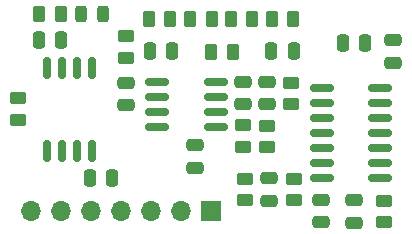
<source format=gts>
%TF.GenerationSoftware,KiCad,Pcbnew,9.0.0*%
%TF.CreationDate,2025-04-24T14:13:05+03:00*%
%TF.ProjectId,Modular_Filter_kicad,4d6f6475-6c61-4725-9f46-696c7465725f,rev?*%
%TF.SameCoordinates,Original*%
%TF.FileFunction,Soldermask,Top*%
%TF.FilePolarity,Negative*%
%FSLAX46Y46*%
G04 Gerber Fmt 4.6, Leading zero omitted, Abs format (unit mm)*
G04 Created by KiCad (PCBNEW 9.0.0) date 2025-04-24 14:13:05*
%MOMM*%
%LPD*%
G01*
G04 APERTURE LIST*
G04 Aperture macros list*
%AMRoundRect*
0 Rectangle with rounded corners*
0 $1 Rounding radius*
0 $2 $3 $4 $5 $6 $7 $8 $9 X,Y pos of 4 corners*
0 Add a 4 corners polygon primitive as box body*
4,1,4,$2,$3,$4,$5,$6,$7,$8,$9,$2,$3,0*
0 Add four circle primitives for the rounded corners*
1,1,$1+$1,$2,$3*
1,1,$1+$1,$4,$5*
1,1,$1+$1,$6,$7*
1,1,$1+$1,$8,$9*
0 Add four rect primitives between the rounded corners*
20,1,$1+$1,$2,$3,$4,$5,0*
20,1,$1+$1,$4,$5,$6,$7,0*
20,1,$1+$1,$6,$7,$8,$9,0*
20,1,$1+$1,$8,$9,$2,$3,0*%
G04 Aperture macros list end*
%ADD10RoundRect,0.250000X0.262500X0.450000X-0.262500X0.450000X-0.262500X-0.450000X0.262500X-0.450000X0*%
%ADD11RoundRect,0.250000X-0.475000X0.250000X-0.475000X-0.250000X0.475000X-0.250000X0.475000X0.250000X0*%
%ADD12RoundRect,0.250000X0.475000X-0.250000X0.475000X0.250000X-0.475000X0.250000X-0.475000X-0.250000X0*%
%ADD13RoundRect,0.250000X-0.450000X0.262500X-0.450000X-0.262500X0.450000X-0.262500X0.450000X0.262500X0*%
%ADD14RoundRect,0.150000X0.150000X-0.800000X0.150000X0.800000X-0.150000X0.800000X-0.150000X-0.800000X0*%
%ADD15RoundRect,0.250000X0.450000X-0.262500X0.450000X0.262500X-0.450000X0.262500X-0.450000X-0.262500X0*%
%ADD16RoundRect,0.250000X0.250000X0.475000X-0.250000X0.475000X-0.250000X-0.475000X0.250000X-0.475000X0*%
%ADD17RoundRect,0.250000X-0.250000X-0.475000X0.250000X-0.475000X0.250000X0.475000X-0.250000X0.475000X0*%
%ADD18RoundRect,0.243750X0.243750X0.456250X-0.243750X0.456250X-0.243750X-0.456250X0.243750X-0.456250X0*%
%ADD19R,1.700000X1.700000*%
%ADD20O,1.700000X1.700000*%
%ADD21RoundRect,0.150000X-0.825000X-0.150000X0.825000X-0.150000X0.825000X0.150000X-0.825000X0.150000X0*%
G04 APERTURE END LIST*
D10*
%TO.C,R7*%
X104009200Y-95504000D03*
X102184200Y-95504000D03*
%TD*%
D11*
%TO.C,C9*%
X106346000Y-110790000D03*
X106346000Y-112690000D03*
%TD*%
D12*
%TO.C,C15*%
X95681800Y-108087200D03*
X95681800Y-106187200D03*
%TD*%
D13*
%TO.C,R12*%
X104089200Y-109008900D03*
X104089200Y-110833900D03*
%TD*%
%TO.C,R9*%
X103835200Y-100863400D03*
X103835200Y-102688400D03*
%TD*%
D14*
%TO.C,U6*%
X83185000Y-106624000D03*
X84455000Y-106624000D03*
X85725000Y-106624000D03*
X86995000Y-106624000D03*
X86995000Y-99624000D03*
X85725000Y-99624000D03*
X84455000Y-99624000D03*
X83185000Y-99624000D03*
%TD*%
D15*
%TO.C,R11*%
X101777800Y-106322500D03*
X101777800Y-104497500D03*
%TD*%
D13*
%TO.C,R1*%
X80721200Y-102209600D03*
X80721200Y-104034600D03*
%TD*%
D15*
%TO.C,R3*%
X89839800Y-98778700D03*
X89839800Y-96953700D03*
%TD*%
D10*
%TO.C,R5*%
X97102300Y-95504000D03*
X95277300Y-95504000D03*
%TD*%
%TO.C,R4*%
X93622500Y-95504000D03*
X91797500Y-95504000D03*
%TD*%
D12*
%TO.C,C10*%
X109140000Y-112710000D03*
X109140000Y-110810000D03*
%TD*%
D15*
%TO.C,R15*%
X111680000Y-112672500D03*
X111680000Y-110847500D03*
%TD*%
D16*
%TO.C,C12*%
X110119200Y-97536000D03*
X108219200Y-97536000D03*
%TD*%
D13*
%TO.C,R10*%
X99771200Y-104495600D03*
X99771200Y-106320600D03*
%TD*%
D11*
%TO.C,C1*%
X89839800Y-100863400D03*
X89839800Y-102763400D03*
%TD*%
D16*
%TO.C,C3*%
X93761600Y-98221800D03*
X91861600Y-98221800D03*
%TD*%
D17*
%TO.C,C13*%
X82489000Y-97231200D03*
X84389000Y-97231200D03*
%TD*%
D11*
%TO.C,C18*%
X112496600Y-97297200D03*
X112496600Y-99197200D03*
%TD*%
D12*
%TO.C,C6*%
X101828600Y-102702400D03*
X101828600Y-100802400D03*
%TD*%
D18*
%TO.C,D1*%
X87881700Y-95021400D03*
X86006700Y-95021400D03*
%TD*%
D10*
%TO.C,R18*%
X84351500Y-95021400D03*
X82526500Y-95021400D03*
%TD*%
D11*
%TO.C,C8*%
X102006400Y-108951400D03*
X102006400Y-110851400D03*
%TD*%
D17*
%TO.C,C4*%
X102174000Y-98221800D03*
X104074000Y-98221800D03*
%TD*%
D19*
%TO.C,J1*%
X97078800Y-111760000D03*
D20*
X94538800Y-111760000D03*
X91998800Y-111760000D03*
X89458800Y-111760000D03*
X86918800Y-111760000D03*
X84378800Y-111760000D03*
X81838800Y-111760000D03*
%TD*%
D21*
%TO.C,U2*%
X92521000Y-100787200D03*
X92521000Y-102057200D03*
X92521000Y-103327200D03*
X92521000Y-104597200D03*
X97471000Y-104597200D03*
X97471000Y-103327200D03*
X97471000Y-102057200D03*
X97471000Y-100787200D03*
%TD*%
D15*
%TO.C,R13*%
X99949000Y-110833900D03*
X99949000Y-109008900D03*
%TD*%
D17*
%TO.C,C14*%
X86807000Y-108915200D03*
X88707000Y-108915200D03*
%TD*%
D10*
%TO.C,R6*%
X100551000Y-95504000D03*
X98726000Y-95504000D03*
%TD*%
%TO.C,R8*%
X98905700Y-98251800D03*
X97080700Y-98251800D03*
%TD*%
D12*
%TO.C,C7*%
X99771200Y-102712600D03*
X99771200Y-100812600D03*
%TD*%
D21*
%TO.C,U4*%
X106411000Y-101321900D03*
X106411000Y-102591900D03*
X106411000Y-103861900D03*
X106411000Y-105131900D03*
X106411000Y-106401900D03*
X106411000Y-107671900D03*
X106411000Y-108941900D03*
X111361000Y-108941900D03*
X111361000Y-107671900D03*
X111361000Y-106401900D03*
X111361000Y-105131900D03*
X111361000Y-103861900D03*
X111361000Y-102591900D03*
X111361000Y-101321900D03*
%TD*%
M02*

</source>
